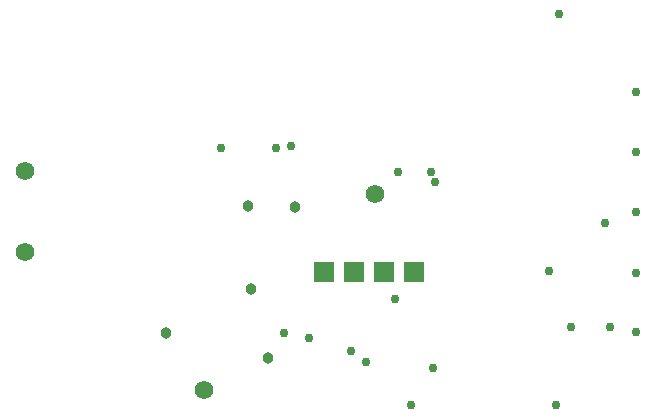
<source format=gbs>
G04 EasyPC Gerber Version 21.0.3 Build 4286 *
G04 #@! TF.Part,Single*
G04 #@! TF.FileFunction,Soldermask,Bot *
G04 #@! TF.FilePolarity,Negative *
%FSLAX35Y35*%
%MOIN*%
G04 #@! TA.AperFunction,ComponentPad*
%ADD117R,0.06600X0.06600*%
G04 #@! TA.AperFunction,ViaPad*
%ADD119C,0.03002*%
%ADD120C,0.03800*%
%ADD118C,0.06200*%
X0Y0D02*
D02*
D117*
X175939Y62455D03*
X185939D03*
X195939D03*
X205939D03*
D02*
D118*
X76136Y69148D03*
Y96116D03*
X135781Y23085D03*
X192967Y88439D03*
D02*
D119*
X141490Y103793D03*
X159896Y103695D03*
X162553Y42179D03*
X164719Y104384D03*
X170821Y40407D03*
X184797Y36274D03*
X189719Y32533D03*
X199364Y53400D03*
X200545Y95722D03*
X204679Y17967D03*
X211470Y95722D03*
X212258Y30565D03*
X212947Y92573D03*
X250742Y62848D03*
X253104Y18163D03*
X254285Y148478D03*
X258026Y44148D03*
X269344Y78793D03*
X271313Y44148D03*
X279778Y42376D03*
Y62258D03*
Y82337D03*
Y102612D03*
Y122494D03*
D02*
D120*
X123183Y41982D03*
X150447Y84502D03*
X151628Y56648D03*
X157238Y33911D03*
X166293Y84108D03*
X0Y0D02*
M02*

</source>
